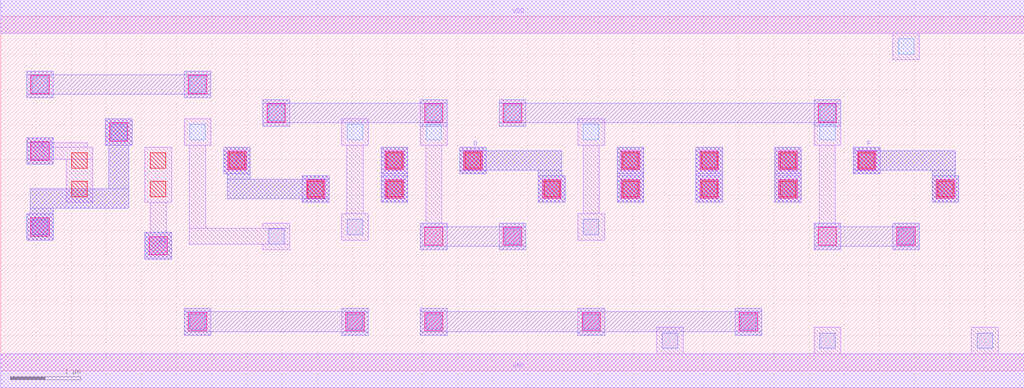
<source format=lef>
MACRO AOAOOAOI211131
 CLASS CORE ;
 FOREIGN AOAOOAOI211131 0 0 ;
 SIZE 14.56 BY 5.04 ;
 ORIGIN 0 0 ;
 SYMMETRY X Y R90 ;
 SITE unit ;
  PIN VDD
   DIRECTION INOUT ;
   USE POWER ;
   SHAPE ABUTMENT ;
    PORT
     CLASS CORE ;
       LAYER met1 ;
        RECT 0.00000000 4.80000000 14.56000000 5.28000000 ;
    END
  END VDD

  PIN GND
   DIRECTION INOUT ;
   USE POWER ;
   SHAPE ABUTMENT ;
    PORT
     CLASS CORE ;
       LAYER met1 ;
        RECT 0.00000000 -0.24000000 14.56000000 0.24000000 ;
    END
  END GND

  PIN Y
   DIRECTION INOUT ;
   USE SIGNAL ;
   SHAPE ABUTMENT ;
    PORT
     CLASS CORE ;
       LAYER met2 ;
        RECT 0.37000000 1.85700000 0.75000000 2.23700000 ;
        RECT 0.42000000 2.23700000 0.75000000 2.31200000 ;
        RECT 0.42000000 2.31200000 1.82000000 2.59200000 ;
        RECT 1.54000000 2.59200000 1.82000000 3.20700000 ;
        RECT 1.49000000 3.20700000 1.87000000 3.58700000 ;
    END
  END Y

  PIN E2
   DIRECTION INOUT ;
   USE SIGNAL ;
   SHAPE ABUTMENT ;
    PORT
     CLASS CORE ;
       LAYER met2 ;
        RECT 11.01000000 2.39700000 11.39000000 3.18200000 ;
    END
  END E2

  PIN E
   DIRECTION INOUT ;
   USE SIGNAL ;
   SHAPE ABUTMENT ;
    PORT
     CLASS CORE ;
       LAYER met2 ;
        RECT 8.77000000 2.39700000 9.15000000 3.18200000 ;
    END
  END E

  PIN A1
   DIRECTION INOUT ;
   USE SIGNAL ;
   SHAPE ABUTMENT ;
    PORT
     CLASS CORE ;
       LAYER met2 ;
        RECT 2.05000000 1.58700000 2.43000000 1.96700000 ;
    END
  END A1

  PIN B
   DIRECTION INOUT ;
   USE SIGNAL ;
   SHAPE ABUTMENT ;
    PORT
     CLASS CORE ;
       LAYER met2 ;
        RECT 4.29000000 2.39700000 4.67000000 2.44700000 ;
        RECT 3.22000000 2.44700000 4.67000000 2.72700000 ;
        RECT 4.29000000 2.72700000 4.67000000 2.77700000 ;
        RECT 3.22000000 2.72700000 3.55000000 2.80200000 ;
        RECT 3.17000000 2.80200000 3.55000000 3.18200000 ;
    END
  END B

  PIN C
   DIRECTION INOUT ;
   USE SIGNAL ;
   SHAPE ABUTMENT ;
    PORT
     CLASS CORE ;
       LAYER met2 ;
        RECT 5.41000000 2.39700000 5.79000000 3.18200000 ;
    END
  END C

  PIN D
   DIRECTION INOUT ;
   USE SIGNAL ;
   SHAPE ABUTMENT ;
    PORT
     CLASS CORE ;
       LAYER met2 ;
        RECT 7.65000000 2.39700000 8.03000000 2.77700000 ;
        RECT 6.53000000 2.80200000 6.91000000 2.85200000 ;
        RECT 7.65000000 2.77700000 7.98000000 2.85200000 ;
        RECT 6.53000000 2.85200000 7.98000000 3.13200000 ;
        RECT 6.53000000 3.13200000 6.91000000 3.18200000 ;
    END
  END D

  PIN A
   DIRECTION INOUT ;
   USE SIGNAL ;
   SHAPE ABUTMENT ;
    PORT
     CLASS CORE ;
       LAYER met2 ;
        RECT 0.37000000 2.93700000 0.75000000 3.31700000 ;
    END
  END A

  PIN E1
   DIRECTION INOUT ;
   USE SIGNAL ;
   SHAPE ABUTMENT ;
    PORT
     CLASS CORE ;
       LAYER met2 ;
        RECT 9.89000000 2.39700000 10.27000000 3.18200000 ;
    END
  END E1

  PIN F
   DIRECTION INOUT ;
   USE SIGNAL ;
   SHAPE ABUTMENT ;
    PORT
     CLASS CORE ;
       LAYER met2 ;
        RECT 13.25000000 2.39700000 13.63000000 2.77700000 ;
        RECT 12.13000000 2.80200000 12.51000000 2.85200000 ;
        RECT 13.25000000 2.77700000 13.58000000 2.85200000 ;
        RECT 12.13000000 2.85200000 13.58000000 3.13200000 ;
        RECT 12.13000000 3.13200000 12.51000000 3.18200000 ;
    END
  END F

 OBS
    LAYER polycont ;
     RECT 1.01000000 2.47700000 1.23000000 2.69700000 ;
     RECT 2.13000000 2.47700000 2.35000000 2.69700000 ;
     RECT 4.37000000 2.47700000 4.59000000 2.69700000 ;
     RECT 5.49000000 2.47700000 5.71000000 2.69700000 ;
     RECT 7.73000000 2.47700000 7.95000000 2.69700000 ;
     RECT 8.85000000 2.47700000 9.07000000 2.69700000 ;
     RECT 9.97000000 2.47700000 10.19000000 2.69700000 ;
     RECT 11.09000000 2.47700000 11.31000000 2.69700000 ;
     RECT 13.33000000 2.47700000 13.55000000 2.69700000 ;
     RECT 1.01000000 2.88200000 1.23000000 3.10200000 ;
     RECT 2.13000000 2.88200000 2.35000000 3.10200000 ;
     RECT 3.25000000 2.88200000 3.47000000 3.10200000 ;
     RECT 5.49000000 2.88200000 5.71000000 3.10200000 ;
     RECT 6.61000000 2.88200000 6.83000000 3.10200000 ;
     RECT 8.85000000 2.88200000 9.07000000 3.10200000 ;
     RECT 9.97000000 2.88200000 10.19000000 3.10200000 ;
     RECT 11.09000000 2.88200000 11.31000000 3.10200000 ;
     RECT 12.21000000 2.88200000 12.43000000 3.10200000 ;

    LAYER pdiffc ;
     RECT 1.57000000 3.28700000 1.79000000 3.50700000 ;
     RECT 2.69000000 3.28700000 2.91000000 3.50700000 ;
     RECT 4.93000000 3.28700000 5.15000000 3.50700000 ;
     RECT 6.05000000 3.28700000 6.27000000 3.50700000 ;
     RECT 8.29000000 3.28700000 8.51000000 3.50700000 ;
     RECT 11.65000000 3.28700000 11.87000000 3.50700000 ;
     RECT 3.81000000 3.55700000 4.03000000 3.77700000 ;
     RECT 6.05000000 3.55700000 6.27000000 3.77700000 ;
     RECT 7.17000000 3.55700000 7.39000000 3.77700000 ;
     RECT 11.65000000 3.55700000 11.87000000 3.77700000 ;
     RECT 0.45000000 3.96200000 0.67000000 4.18200000 ;
     RECT 2.69000000 3.96200000 2.91000000 4.18200000 ;
     RECT 12.77000000 4.50200000 12.99000000 4.72200000 ;

    LAYER ndiffc ;
     RECT 9.41000000 0.31700000 9.63000000 0.53700000 ;
     RECT 11.65000000 0.31700000 11.87000000 0.53700000 ;
     RECT 13.89000000 0.31700000 14.11000000 0.53700000 ;
     RECT 2.69000000 0.58700000 2.91000000 0.80700000 ;
     RECT 4.93000000 0.58700000 5.15000000 0.80700000 ;
     RECT 6.05000000 0.58700000 6.27000000 0.80700000 ;
     RECT 8.29000000 0.58700000 8.51000000 0.80700000 ;
     RECT 10.53000000 0.58700000 10.75000000 0.80700000 ;
     RECT 3.81000000 1.80200000 4.03000000 2.02200000 ;
     RECT 7.17000000 1.80200000 7.39000000 2.02200000 ;
     RECT 12.77000000 1.80200000 12.99000000 2.02200000 ;
     RECT 0.45000000 1.93700000 0.67000000 2.15700000 ;
     RECT 4.93000000 1.93700000 5.15000000 2.15700000 ;
     RECT 8.29000000 1.93700000 8.51000000 2.15700000 ;

    LAYER met1 ;
     RECT 0.00000000 -0.24000000 14.56000000 0.24000000 ;
     RECT 9.33000000 0.24000000 9.71000000 0.61700000 ;
     RECT 11.57000000 0.24000000 11.95000000 0.61700000 ;
     RECT 13.81000000 0.24000000 14.19000000 0.61700000 ;
     RECT 2.61000000 0.50700000 2.99000000 0.88700000 ;
     RECT 4.85000000 0.50700000 5.23000000 0.88700000 ;
     RECT 5.97000000 0.50700000 6.35000000 0.88700000 ;
     RECT 8.21000000 0.50700000 8.59000000 0.88700000 ;
     RECT 10.45000000 0.50700000 10.83000000 0.88700000 ;
     RECT 7.09000000 1.72200000 7.47000000 2.10200000 ;
     RECT 12.69000000 1.72200000 13.07000000 2.10200000 ;
     RECT 0.37000000 1.85700000 0.75000000 2.23700000 ;
     RECT 4.29000000 2.39700000 4.67000000 2.77700000 ;
     RECT 5.41000000 2.39700000 5.79000000 2.77700000 ;
     RECT 7.65000000 2.39700000 8.03000000 2.77700000 ;
     RECT 8.77000000 2.39700000 9.15000000 2.77700000 ;
     RECT 9.89000000 2.39700000 10.27000000 2.77700000 ;
     RECT 11.01000000 2.39700000 11.39000000 2.77700000 ;
     RECT 13.25000000 2.39700000 13.63000000 2.77700000 ;
     RECT 2.05000000 1.58700000 2.43000000 1.96700000 ;
     RECT 2.12500000 1.96700000 2.35500000 2.39700000 ;
     RECT 2.05000000 2.39700000 2.43000000 3.18200000 ;
     RECT 3.17000000 2.80200000 3.55000000 3.18200000 ;
     RECT 5.41000000 2.80200000 5.79000000 3.18200000 ;
     RECT 6.53000000 2.80200000 6.91000000 3.18200000 ;
     RECT 8.77000000 2.80200000 9.15000000 3.18200000 ;
     RECT 9.89000000 2.80200000 10.27000000 3.18200000 ;
     RECT 11.01000000 2.80200000 11.39000000 3.18200000 ;
     RECT 12.13000000 2.80200000 12.51000000 3.18200000 ;
     RECT 0.37000000 2.93700000 0.75000000 3.01200000 ;
     RECT 0.93000000 2.39700000 1.31000000 3.01200000 ;
     RECT 0.37000000 3.01200000 1.31000000 3.18200000 ;
     RECT 0.37000000 3.18200000 1.23500000 3.24200000 ;
     RECT 0.37000000 3.24200000 0.75000000 3.31700000 ;
     RECT 1.49000000 3.20700000 1.87000000 3.58700000 ;
     RECT 3.73000000 1.72200000 4.11000000 1.79700000 ;
     RECT 2.68500000 1.79700000 4.11000000 2.02700000 ;
     RECT 3.73000000 2.02700000 4.11000000 2.10200000 ;
     RECT 2.68500000 2.02700000 2.91500000 3.20700000 ;
     RECT 2.61000000 3.20700000 2.99000000 3.58700000 ;
     RECT 4.85000000 1.85700000 5.23000000 2.23700000 ;
     RECT 4.92500000 2.23700000 5.15500000 3.20700000 ;
     RECT 4.85000000 3.20700000 5.23000000 3.58700000 ;
     RECT 8.21000000 1.85700000 8.59000000 2.23700000 ;
     RECT 8.28500000 2.23700000 8.51500000 3.20700000 ;
     RECT 8.21000000 3.20700000 8.59000000 3.58700000 ;
     RECT 3.73000000 3.47700000 4.11000000 3.85700000 ;
     RECT 5.97000000 1.72200000 6.35000000 2.10200000 ;
     RECT 6.04500000 2.10200000 6.27500000 3.20700000 ;
     RECT 5.97000000 3.20700000 6.35000000 3.85700000 ;
     RECT 7.09000000 3.47700000 7.47000000 3.85700000 ;
     RECT 11.57000000 1.72200000 11.95000000 2.10200000 ;
     RECT 11.64500000 2.10200000 11.87500000 3.20700000 ;
     RECT 11.57000000 3.20700000 11.95000000 3.85700000 ;
     RECT 0.37000000 3.88200000 0.75000000 4.26200000 ;
     RECT 2.61000000 3.88200000 2.99000000 4.26200000 ;
     RECT 12.69000000 4.42200000 13.07000000 4.80000000 ;
     RECT 0.00000000 4.80000000 14.56000000 5.28000000 ;

    LAYER via1 ;
     RECT 2.67000000 0.56700000 2.93000000 0.82700000 ;
     RECT 4.91000000 0.56700000 5.17000000 0.82700000 ;
     RECT 6.03000000 0.56700000 6.29000000 0.82700000 ;
     RECT 8.27000000 0.56700000 8.53000000 0.82700000 ;
     RECT 10.51000000 0.56700000 10.77000000 0.82700000 ;
     RECT 2.11000000 1.64700000 2.37000000 1.90700000 ;
     RECT 6.03000000 1.78200000 6.29000000 2.04200000 ;
     RECT 7.15000000 1.78200000 7.41000000 2.04200000 ;
     RECT 11.63000000 1.78200000 11.89000000 2.04200000 ;
     RECT 12.75000000 1.78200000 13.01000000 2.04200000 ;
     RECT 0.43000000 1.91700000 0.69000000 2.17700000 ;
     RECT 4.35000000 2.45700000 4.61000000 2.71700000 ;
     RECT 5.47000000 2.45700000 5.73000000 2.71700000 ;
     RECT 7.71000000 2.45700000 7.97000000 2.71700000 ;
     RECT 8.83000000 2.45700000 9.09000000 2.71700000 ;
     RECT 9.95000000 2.45700000 10.21000000 2.71700000 ;
     RECT 11.07000000 2.45700000 11.33000000 2.71700000 ;
     RECT 13.31000000 2.45700000 13.57000000 2.71700000 ;
     RECT 3.23000000 2.86200000 3.49000000 3.12200000 ;
     RECT 5.47000000 2.86200000 5.73000000 3.12200000 ;
     RECT 6.59000000 2.86200000 6.85000000 3.12200000 ;
     RECT 8.83000000 2.86200000 9.09000000 3.12200000 ;
     RECT 9.95000000 2.86200000 10.21000000 3.12200000 ;
     RECT 11.07000000 2.86200000 11.33000000 3.12200000 ;
     RECT 12.19000000 2.86200000 12.45000000 3.12200000 ;
     RECT 0.43000000 2.99700000 0.69000000 3.25700000 ;
     RECT 1.55000000 3.26700000 1.81000000 3.52700000 ;
     RECT 3.79000000 3.53700000 4.05000000 3.79700000 ;
     RECT 6.03000000 3.53700000 6.29000000 3.79700000 ;
     RECT 7.15000000 3.53700000 7.41000000 3.79700000 ;
     RECT 11.63000000 3.53700000 11.89000000 3.79700000 ;
     RECT 0.43000000 3.94200000 0.69000000 4.20200000 ;
     RECT 2.67000000 3.94200000 2.93000000 4.20200000 ;

    LAYER met2 ;
     RECT 2.61000000 0.50700000 2.99000000 0.55700000 ;
     RECT 4.85000000 0.50700000 5.23000000 0.55700000 ;
     RECT 2.61000000 0.55700000 5.23000000 0.83700000 ;
     RECT 2.61000000 0.83700000 2.99000000 0.88700000 ;
     RECT 4.85000000 0.83700000 5.23000000 0.88700000 ;
     RECT 5.97000000 0.50700000 6.35000000 0.55700000 ;
     RECT 8.21000000 0.50700000 8.59000000 0.55700000 ;
     RECT 10.45000000 0.50700000 10.83000000 0.55700000 ;
     RECT 5.97000000 0.55700000 10.83000000 0.83700000 ;
     RECT 5.97000000 0.83700000 6.35000000 0.88700000 ;
     RECT 8.21000000 0.83700000 8.59000000 0.88700000 ;
     RECT 10.45000000 0.83700000 10.83000000 0.88700000 ;
     RECT 2.05000000 1.58700000 2.43000000 1.96700000 ;
     RECT 5.97000000 1.72200000 6.35000000 1.77200000 ;
     RECT 7.09000000 1.72200000 7.47000000 1.77200000 ;
     RECT 5.97000000 1.77200000 7.47000000 2.05200000 ;
     RECT 5.97000000 2.05200000 6.35000000 2.10200000 ;
     RECT 7.09000000 2.05200000 7.47000000 2.10200000 ;
     RECT 11.57000000 1.72200000 11.95000000 1.77200000 ;
     RECT 12.69000000 1.72200000 13.07000000 1.77200000 ;
     RECT 11.57000000 1.77200000 13.07000000 2.05200000 ;
     RECT 11.57000000 2.05200000 11.95000000 2.10200000 ;
     RECT 12.69000000 2.05200000 13.07000000 2.10200000 ;
     RECT 4.29000000 2.39700000 4.67000000 2.44700000 ;
     RECT 3.22000000 2.44700000 4.67000000 2.72700000 ;
     RECT 4.29000000 2.72700000 4.67000000 2.77700000 ;
     RECT 3.22000000 2.72700000 3.55000000 2.80200000 ;
     RECT 3.17000000 2.80200000 3.55000000 3.18200000 ;
     RECT 5.41000000 2.39700000 5.79000000 3.18200000 ;
     RECT 7.65000000 2.39700000 8.03000000 2.77700000 ;
     RECT 6.53000000 2.80200000 6.91000000 2.85200000 ;
     RECT 7.65000000 2.77700000 7.98000000 2.85200000 ;
     RECT 6.53000000 2.85200000 7.98000000 3.13200000 ;
     RECT 6.53000000 3.13200000 6.91000000 3.18200000 ;
     RECT 8.77000000 2.39700000 9.15000000 3.18200000 ;
     RECT 9.89000000 2.39700000 10.27000000 3.18200000 ;
     RECT 11.01000000 2.39700000 11.39000000 3.18200000 ;
     RECT 13.25000000 2.39700000 13.63000000 2.77700000 ;
     RECT 12.13000000 2.80200000 12.51000000 2.85200000 ;
     RECT 13.25000000 2.77700000 13.58000000 2.85200000 ;
     RECT 12.13000000 2.85200000 13.58000000 3.13200000 ;
     RECT 12.13000000 3.13200000 12.51000000 3.18200000 ;
     RECT 0.37000000 2.93700000 0.75000000 3.31700000 ;
     RECT 0.37000000 1.85700000 0.75000000 2.23700000 ;
     RECT 0.42000000 2.23700000 0.75000000 2.31200000 ;
     RECT 0.42000000 2.31200000 1.82000000 2.59200000 ;
     RECT 1.54000000 2.59200000 1.82000000 3.20700000 ;
     RECT 1.49000000 3.20700000 1.87000000 3.58700000 ;
     RECT 3.73000000 3.47700000 4.11000000 3.52700000 ;
     RECT 5.97000000 3.47700000 6.35000000 3.52700000 ;
     RECT 3.73000000 3.52700000 6.35000000 3.80700000 ;
     RECT 3.73000000 3.80700000 4.11000000 3.85700000 ;
     RECT 5.97000000 3.80700000 6.35000000 3.85700000 ;
     RECT 7.09000000 3.47700000 7.47000000 3.52700000 ;
     RECT 11.57000000 3.47700000 11.95000000 3.52700000 ;
     RECT 7.09000000 3.52700000 11.95000000 3.80700000 ;
     RECT 7.09000000 3.80700000 7.47000000 3.85700000 ;
     RECT 11.57000000 3.80700000 11.95000000 3.85700000 ;
     RECT 0.37000000 3.88200000 0.75000000 3.93200000 ;
     RECT 2.61000000 3.88200000 2.99000000 3.93200000 ;
     RECT 0.37000000 3.93200000 2.99000000 4.21200000 ;
     RECT 0.37000000 4.21200000 0.75000000 4.26200000 ;
     RECT 2.61000000 4.21200000 2.99000000 4.26200000 ;

 END
END AOAOOAOI211131

</source>
